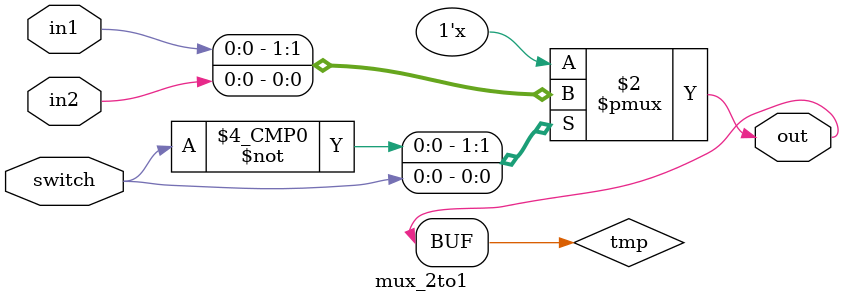
<source format=v>
`timescale 1us/100ns
module mux_2to1(in1, in2, out, switch);
  input in1, in2, switch; //1-bit inputs and switch
  output out; //1-bit output
  reg tmp; //reg to save which input is selected
  assign out = tmp; //assign out to be tmp reg 

  always @ (*)
  begin
    case(switch)
      1'b0:
        tmp = in1; //ouput is input 1
      1'b1:
        tmp = in2; //output is input 2
      default: tmp = in1; //defaults to input 1 is output
    endcase
  end
endmodule
</source>
